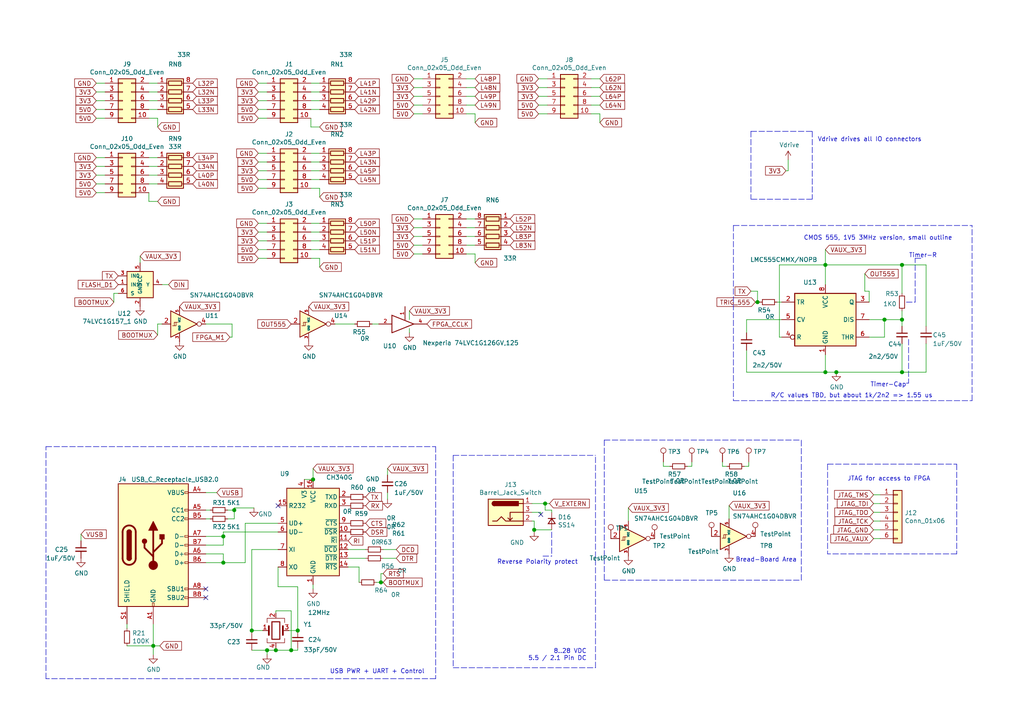
<source format=kicad_sch>
(kicad_sch (version 20210126) (generator eeschema)
  (paper "A4")
  (junction (at 44.45 187.325) (diameter 1.016))
  (junction (at 64.77 155.575) (diameter 1.016))
  (junction (at 64.77 163.195) (diameter 1.016))
  (junction (at 67.945 147.955) (diameter 1.016))
  (junction (at 73.025 182.88) (diameter 1.016))
  (junction (at 77.47 188.595) (diameter 1.016))
  (junction (at 80.01 188.595) (diameter 1.016))
  (junction (at 84.455 188.595) (diameter 1.016))
  (junction (at 86.36 182.88) (diameter 1.016))
  (junction (at 90.805 139.065) (diameter 1.016))
  (junction (at 110.49 168.91) (diameter 1.016))
  (junction (at 154.94 153.67) (diameter 1.016))
  (junction (at 158.115 146.05) (diameter 1.016))
  (junction (at 219.71 87.63) (diameter 1.016))
  (junction (at 239.395 76.835) (diameter 1.016))
  (junction (at 239.395 107.95) (diameter 1.016))
  (junction (at 242.57 107.95) (diameter 1.016))
  (junction (at 256.54 92.71) (diameter 1.016))
  (junction (at 261.62 76.835) (diameter 1.016))
  (junction (at 261.62 92.71) (diameter 1.016))
  (junction (at 261.62 107.95) (diameter 1.016))
  (no_connect (at 59.69 170.815))
  (no_connect (at 59.69 173.355))
  (no_connect (at 80.645 146.685))
  (no_connect (at 156.845 149.225))
  (wire (pts (xy 23.495 154.94) (xy 23.495 156.845)))
  (wire (pts (xy 27.94 24.13) (xy 30.48 24.13)))
  (wire (pts (xy 27.94 26.67) (xy 30.48 26.67)))
  (wire (pts (xy 27.94 29.21) (xy 30.48 29.21)))
  (wire (pts (xy 27.94 31.75) (xy 30.48 31.75)))
  (wire (pts (xy 27.94 34.29) (xy 30.48 34.29)))
  (wire (pts (xy 27.94 45.72) (xy 30.48 45.72)))
  (wire (pts (xy 27.94 48.26) (xy 30.48 48.26)))
  (wire (pts (xy 27.94 50.8) (xy 30.48 50.8)))
  (wire (pts (xy 27.94 53.34) (xy 30.48 53.34)))
  (wire (pts (xy 27.94 55.88) (xy 30.48 55.88)))
  (wire (pts (xy 33.02 85.09) (xy 34.29 85.09)))
  (wire (pts (xy 33.02 87.63) (xy 33.02 85.09)))
  (wire (pts (xy 36.83 182.245) (xy 36.83 180.975)))
  (wire (pts (xy 36.83 187.325) (xy 44.45 187.325)))
  (wire (pts (xy 40.64 74.295) (xy 40.64 76.2)))
  (wire (pts (xy 43.18 24.13) (xy 45.72 24.13)))
  (wire (pts (xy 43.18 26.67) (xy 45.72 26.67)))
  (wire (pts (xy 43.18 29.21) (xy 45.72 29.21)))
  (wire (pts (xy 43.18 31.75) (xy 45.72 31.75)))
  (wire (pts (xy 43.18 34.29) (xy 45.72 34.29)))
  (wire (pts (xy 43.18 45.72) (xy 45.72 45.72)))
  (wire (pts (xy 43.18 48.26) (xy 45.72 48.26)))
  (wire (pts (xy 43.18 50.8) (xy 45.72 50.8)))
  (wire (pts (xy 43.18 53.34) (xy 45.72 53.34)))
  (wire (pts (xy 43.18 55.88) (xy 43.18 58.42)))
  (wire (pts (xy 43.18 58.42) (xy 45.72 58.42)))
  (wire (pts (xy 44.45 180.975) (xy 44.45 187.325)))
  (wire (pts (xy 44.45 187.325) (xy 44.45 189.865)))
  (wire (pts (xy 44.45 187.325) (xy 46.355 187.325)))
  (wire (pts (xy 45.72 34.29) (xy 45.72 36.83)))
  (wire (pts (xy 45.72 93.98) (xy 46.99 93.98)))
  (wire (pts (xy 45.72 97.155) (xy 45.72 93.98)))
  (wire (pts (xy 46.99 82.55) (xy 48.895 82.55)))
  (wire (pts (xy 59.69 93.98) (xy 67.31 93.98)))
  (wire (pts (xy 59.69 147.955) (xy 60.96 147.955)))
  (wire (pts (xy 59.69 150.495) (xy 60.96 150.495)))
  (wire (pts (xy 59.69 155.575) (xy 64.77 155.575)))
  (wire (pts (xy 59.69 158.115) (xy 64.77 158.115)))
  (wire (pts (xy 59.69 160.655) (xy 64.77 160.655)))
  (wire (pts (xy 59.69 163.195) (xy 64.77 163.195)))
  (wire (pts (xy 62.865 142.875) (xy 59.69 142.875)))
  (wire (pts (xy 64.77 154.305) (xy 64.77 155.575)))
  (wire (pts (xy 64.77 154.305) (xy 80.645 154.305)))
  (wire (pts (xy 64.77 155.575) (xy 64.77 158.115)))
  (wire (pts (xy 64.77 160.655) (xy 64.77 163.195)))
  (wire (pts (xy 66.04 147.955) (xy 67.945 147.955)))
  (wire (pts (xy 66.04 150.495) (xy 67.945 150.495)))
  (wire (pts (xy 67.31 93.98) (xy 67.31 97.79)))
  (wire (pts (xy 67.31 97.79) (xy 66.675 97.79)))
  (wire (pts (xy 67.945 147.32) (xy 67.945 147.955)))
  (wire (pts (xy 67.945 147.32) (xy 73.66 147.32)))
  (wire (pts (xy 67.945 150.495) (xy 67.945 147.955)))
  (wire (pts (xy 71.12 151.765) (xy 71.12 163.195)))
  (wire (pts (xy 71.12 151.765) (xy 80.645 151.765)))
  (wire (pts (xy 71.12 163.195) (xy 64.77 163.195)))
  (wire (pts (xy 73.025 159.385) (xy 73.025 182.88)))
  (wire (pts (xy 73.025 159.385) (xy 80.645 159.385)))
  (wire (pts (xy 73.025 182.88) (xy 76.2 182.88)))
  (wire (pts (xy 73.025 183.515) (xy 73.025 182.88)))
  (wire (pts (xy 73.025 188.595) (xy 77.47 188.595)))
  (wire (pts (xy 74.93 24.13) (xy 77.47 24.13)))
  (wire (pts (xy 74.93 26.67) (xy 77.47 26.67)))
  (wire (pts (xy 74.93 29.21) (xy 77.47 29.21)))
  (wire (pts (xy 74.93 31.75) (xy 77.47 31.75)))
  (wire (pts (xy 74.93 34.29) (xy 77.47 34.29)))
  (wire (pts (xy 74.93 44.45) (xy 77.47 44.45)))
  (wire (pts (xy 74.93 46.99) (xy 77.47 46.99)))
  (wire (pts (xy 74.93 49.53) (xy 77.47 49.53)))
  (wire (pts (xy 74.93 52.07) (xy 77.47 52.07)))
  (wire (pts (xy 74.93 54.61) (xy 77.47 54.61)))
  (wire (pts (xy 74.93 64.77) (xy 77.47 64.77)))
  (wire (pts (xy 74.93 67.31) (xy 77.47 67.31)))
  (wire (pts (xy 74.93 69.85) (xy 77.47 69.85)))
  (wire (pts (xy 74.93 72.39) (xy 77.47 72.39)))
  (wire (pts (xy 74.93 74.93) (xy 77.47 74.93)))
  (wire (pts (xy 77.47 188.595) (xy 77.47 189.865)))
  (wire (pts (xy 77.47 188.595) (xy 80.01 188.595)))
  (wire (pts (xy 80.01 177.165) (xy 84.455 177.165)))
  (wire (pts (xy 80.01 177.8) (xy 80.01 177.165)))
  (wire (pts (xy 80.01 188.595) (xy 80.01 187.96)))
  (wire (pts (xy 80.01 188.595) (xy 84.455 188.595)))
  (wire (pts (xy 80.645 170.18) (xy 80.645 164.465)))
  (wire (pts (xy 83.82 182.88) (xy 86.36 182.88)))
  (wire (pts (xy 84.455 177.165) (xy 84.455 188.595)))
  (wire (pts (xy 84.455 188.595) (xy 86.36 188.595)))
  (wire (pts (xy 86.36 170.18) (xy 80.645 170.18)))
  (wire (pts (xy 86.36 170.18) (xy 86.36 182.88)))
  (wire (pts (xy 86.36 187.96) (xy 86.36 188.595)))
  (wire (pts (xy 88.265 139.065) (xy 90.805 139.065)))
  (wire (pts (xy 90.17 24.13) (xy 92.71 24.13)))
  (wire (pts (xy 90.17 26.67) (xy 92.71 26.67)))
  (wire (pts (xy 90.17 29.21) (xy 92.71 29.21)))
  (wire (pts (xy 90.17 31.75) (xy 92.71 31.75)))
  (wire (pts (xy 90.17 34.29) (xy 90.17 36.83)))
  (wire (pts (xy 90.17 36.83) (xy 92.71 36.83)))
  (wire (pts (xy 90.17 44.45) (xy 92.71 44.45)))
  (wire (pts (xy 90.17 46.99) (xy 92.71 46.99)))
  (wire (pts (xy 90.17 49.53) (xy 92.71 49.53)))
  (wire (pts (xy 90.17 52.07) (xy 92.71 52.07)))
  (wire (pts (xy 90.17 54.61) (xy 92.71 54.61)))
  (wire (pts (xy 90.17 64.77) (xy 92.71 64.77)))
  (wire (pts (xy 90.17 67.31) (xy 92.71 67.31)))
  (wire (pts (xy 90.17 69.85) (xy 92.71 69.85)))
  (wire (pts (xy 90.17 72.39) (xy 92.71 72.39)))
  (wire (pts (xy 90.17 74.93) (xy 92.71 74.93)))
  (wire (pts (xy 90.805 135.89) (xy 90.805 139.065)))
  (wire (pts (xy 90.805 169.545) (xy 90.805 170.815)))
  (wire (pts (xy 92.71 54.61) (xy 92.71 57.15)))
  (wire (pts (xy 92.71 74.93) (xy 92.71 77.47)))
  (wire (pts (xy 97.155 93.98) (xy 102.87 93.98)))
  (wire (pts (xy 100.965 159.385) (xy 106.045 159.385)))
  (wire (pts (xy 100.965 161.925) (xy 106.045 161.925)))
  (wire (pts (xy 100.965 164.465) (xy 104.14 164.465)))
  (wire (pts (xy 104.14 164.465) (xy 104.14 168.91)))
  (wire (pts (xy 107.95 93.98) (xy 109.855 93.98)))
  (wire (pts (xy 109.22 168.91) (xy 110.49 168.91)))
  (wire (pts (xy 110.49 166.37) (xy 110.49 168.91)))
  (wire (pts (xy 110.49 168.91) (xy 111.125 168.91)))
  (wire (pts (xy 111.125 159.385) (xy 114.935 159.385)))
  (wire (pts (xy 111.125 161.925) (xy 114.935 161.925)))
  (wire (pts (xy 111.125 166.37) (xy 110.49 166.37)))
  (wire (pts (xy 112.395 135.89) (xy 112.395 137.795)))
  (wire (pts (xy 112.395 142.875) (xy 112.395 144.78)))
  (wire (pts (xy 118.745 90.17) (xy 118.745 92.71)))
  (wire (pts (xy 118.745 95.25) (xy 118.745 96.52)))
  (wire (pts (xy 120.015 22.86) (xy 122.555 22.86)))
  (wire (pts (xy 120.015 25.4) (xy 122.555 25.4)))
  (wire (pts (xy 120.015 27.94) (xy 122.555 27.94)))
  (wire (pts (xy 120.015 30.48) (xy 122.555 30.48)))
  (wire (pts (xy 120.015 33.02) (xy 122.555 33.02)))
  (wire (pts (xy 120.015 63.5) (xy 122.555 63.5)))
  (wire (pts (xy 120.015 66.04) (xy 122.555 66.04)))
  (wire (pts (xy 120.015 68.58) (xy 122.555 68.58)))
  (wire (pts (xy 120.015 71.12) (xy 122.555 71.12)))
  (wire (pts (xy 120.015 73.66) (xy 122.555 73.66)))
  (wire (pts (xy 135.255 22.86) (xy 137.795 22.86)))
  (wire (pts (xy 135.255 25.4) (xy 137.795 25.4)))
  (wire (pts (xy 135.255 27.94) (xy 137.795 27.94)))
  (wire (pts (xy 135.255 30.48) (xy 137.795 30.48)))
  (wire (pts (xy 135.255 33.02) (xy 137.795 33.02)))
  (wire (pts (xy 135.255 63.5) (xy 137.795 63.5)))
  (wire (pts (xy 135.255 66.04) (xy 137.795 66.04)))
  (wire (pts (xy 135.255 68.58) (xy 137.795 68.58)))
  (wire (pts (xy 135.255 71.12) (xy 137.795 71.12)))
  (wire (pts (xy 135.255 73.66) (xy 137.795 73.66)))
  (wire (pts (xy 137.795 33.02) (xy 137.795 35.56)))
  (wire (pts (xy 137.795 73.66) (xy 137.795 76.2)))
  (wire (pts (xy 154.305 146.05) (xy 158.115 146.05)))
  (wire (pts (xy 154.305 148.59) (xy 156.845 148.59)))
  (wire (pts (xy 154.305 151.13) (xy 154.94 151.13)))
  (wire (pts (xy 154.94 151.13) (xy 154.94 153.67)))
  (wire (pts (xy 154.94 153.67) (xy 154.94 154.305)))
  (wire (pts (xy 154.94 153.67) (xy 160.02 153.67)))
  (wire (pts (xy 156.21 22.86) (xy 158.75 22.86)))
  (wire (pts (xy 156.21 25.4) (xy 158.75 25.4)))
  (wire (pts (xy 156.21 27.94) (xy 158.75 27.94)))
  (wire (pts (xy 156.21 30.48) (xy 158.75 30.48)))
  (wire (pts (xy 156.21 33.02) (xy 158.75 33.02)))
  (wire (pts (xy 156.845 148.59) (xy 156.845 149.225)))
  (wire (pts (xy 158.115 146.05) (xy 159.385 146.05)))
  (wire (pts (xy 158.115 147.955) (xy 158.115 146.05)))
  (wire (pts (xy 160.02 147.955) (xy 158.115 147.955)))
  (wire (pts (xy 160.02 148.59) (xy 160.02 147.955)))
  (wire (pts (xy 171.45 22.86) (xy 173.99 22.86)))
  (wire (pts (xy 171.45 25.4) (xy 173.99 25.4)))
  (wire (pts (xy 171.45 27.94) (xy 173.99 27.94)))
  (wire (pts (xy 171.45 30.48) (xy 173.99 30.48)))
  (wire (pts (xy 171.45 33.02) (xy 173.99 33.02)))
  (wire (pts (xy 173.99 33.02) (xy 173.99 35.56)))
  (wire (pts (xy 182.245 147.32) (xy 182.245 151.13)))
  (wire (pts (xy 192.405 133.985) (xy 192.405 135.255)))
  (wire (pts (xy 192.405 135.255) (xy 194.31 135.255)))
  (wire (pts (xy 199.39 135.255) (xy 200.66 135.255)))
  (wire (pts (xy 200.66 135.255) (xy 200.66 133.985)))
  (wire (pts (xy 209.55 133.985) (xy 209.55 135.255)))
  (wire (pts (xy 209.55 135.255) (xy 210.82 135.255)))
  (wire (pts (xy 211.455 146.685) (xy 211.455 150.495)))
  (wire (pts (xy 215.9 135.255) (xy 217.17 135.255)))
  (wire (pts (xy 216.535 92.71) (xy 226.695 92.71)))
  (wire (pts (xy 216.535 96.52) (xy 216.535 92.71)))
  (wire (pts (xy 216.535 101.6) (xy 216.535 107.95)))
  (wire (pts (xy 216.535 107.95) (xy 239.395 107.95)))
  (wire (pts (xy 217.17 133.985) (xy 217.17 135.255)))
  (wire (pts (xy 217.805 84.455) (xy 219.71 84.455)))
  (wire (pts (xy 219.075 87.63) (xy 219.71 87.63)))
  (wire (pts (xy 219.71 84.455) (xy 219.71 87.63)))
  (wire (pts (xy 219.71 87.63) (xy 220.345 87.63)))
  (wire (pts (xy 225.425 87.63) (xy 226.695 87.63)))
  (wire (pts (xy 226.06 76.835) (xy 239.395 76.835)))
  (wire (pts (xy 226.06 97.79) (xy 226.06 76.835)))
  (wire (pts (xy 226.695 97.79) (xy 226.06 97.79)))
  (wire (pts (xy 227.965 49.53) (xy 228.6 49.53)))
  (wire (pts (xy 228.6 46.355) (xy 228.6 49.53)))
  (wire (pts (xy 239.395 72.39) (xy 239.395 76.835)))
  (wire (pts (xy 239.395 76.835) (xy 239.395 82.55)))
  (wire (pts (xy 239.395 102.87) (xy 239.395 107.95)))
  (wire (pts (xy 239.395 107.95) (xy 242.57 107.95)))
  (wire (pts (xy 242.57 107.95) (xy 261.62 107.95)))
  (wire (pts (xy 250.825 79.375) (xy 250.825 84.455)))
  (wire (pts (xy 250.825 84.455) (xy 252.095 84.455)))
  (wire (pts (xy 252.095 84.455) (xy 252.095 87.63)))
  (wire (pts (xy 252.095 92.71) (xy 256.54 92.71)))
  (wire (pts (xy 252.095 97.79) (xy 256.54 97.79)))
  (wire (pts (xy 253.365 143.51) (xy 255.27 143.51)))
  (wire (pts (xy 253.365 146.05) (xy 255.27 146.05)))
  (wire (pts (xy 253.365 148.59) (xy 255.27 148.59)))
  (wire (pts (xy 253.365 151.13) (xy 255.27 151.13)))
  (wire (pts (xy 253.365 153.67) (xy 255.27 153.67)))
  (wire (pts (xy 253.365 156.21) (xy 255.27 156.21)))
  (wire (pts (xy 256.54 92.71) (xy 256.54 97.79)))
  (wire (pts (xy 256.54 92.71) (xy 261.62 92.71)))
  (wire (pts (xy 261.62 76.835) (xy 239.395 76.835)))
  (wire (pts (xy 261.62 85.09) (xy 261.62 76.835)))
  (wire (pts (xy 261.62 90.17) (xy 261.62 92.71)))
  (wire (pts (xy 261.62 92.71) (xy 261.62 94.615)))
  (wire (pts (xy 261.62 107.95) (xy 261.62 99.695)))
  (wire (pts (xy 268.605 76.835) (xy 261.62 76.835)))
  (wire (pts (xy 268.605 94.615) (xy 268.605 76.835)))
  (wire (pts (xy 268.605 99.695) (xy 268.605 107.95)))
  (wire (pts (xy 268.605 107.95) (xy 261.62 107.95)))
  (polyline (pts (xy 13.335 129.54) (xy 126.365 129.54)) (stroke (width 0) (type dash)))
  (polyline (pts (xy 13.335 196.85) (xy 13.335 129.54)) (stroke (width 0) (type dash)))
  (polyline (pts (xy 126.365 129.54) (xy 126.365 196.85)) (stroke (width 0) (type dash)))
  (polyline (pts (xy 126.365 196.85) (xy 13.335 196.85)) (stroke (width 0) (type dash)))
  (polyline (pts (xy 131.445 132.08) (xy 131.445 193.675)) (stroke (width 0) (type dash)))
  (polyline (pts (xy 131.445 132.08) (xy 172.72 132.08)) (stroke (width 0) (type dash)))
  (polyline (pts (xy 131.445 193.675) (xy 172.72 193.675)) (stroke (width 0) (type dash)))
  (polyline (pts (xy 157.48 161.29) (xy 160.02 161.29)) (stroke (width 0) (type dash)))
  (polyline (pts (xy 160.02 154.305) (xy 160.02 161.29)) (stroke (width 0) (type dash)))
  (polyline (pts (xy 172.72 193.675) (xy 172.72 132.08)) (stroke (width 0) (type dash)))
  (polyline (pts (xy 175.26 127.635) (xy 175.26 168.275)) (stroke (width 0) (type dash)))
  (polyline (pts (xy 175.26 127.635) (xy 232.41 127.635)) (stroke (width 0) (type dash)))
  (polyline (pts (xy 175.26 168.275) (xy 232.41 168.275)) (stroke (width 0) (type dash)))
  (polyline (pts (xy 212.725 65.405) (xy 212.725 116.205)) (stroke (width 0) (type dash)))
  (polyline (pts (xy 212.725 65.405) (xy 281.94 65.405)) (stroke (width 0) (type dash)))
  (polyline (pts (xy 212.725 116.205) (xy 281.94 116.205)) (stroke (width 0) (type dash)))
  (polyline (pts (xy 217.805 38.1) (xy 217.805 57.785)) (stroke (width 0) (type dash)))
  (polyline (pts (xy 217.805 38.1) (xy 235.585 38.1)) (stroke (width 0) (type dash)))
  (polyline (pts (xy 232.41 168.275) (xy 232.41 127.635)) (stroke (width 0) (type dash)))
  (polyline (pts (xy 235.585 38.1) (xy 235.585 57.785)) (stroke (width 0) (type dash)))
  (polyline (pts (xy 235.585 57.785) (xy 217.805 57.785)) (stroke (width 0) (type dash)))
  (polyline (pts (xy 240.03 134.62) (xy 240.03 160.655)) (stroke (width 0) (type dash)))
  (polyline (pts (xy 240.03 134.62) (xy 277.495 134.62)) (stroke (width 0) (type dash)))
  (polyline (pts (xy 262.89 87.63) (xy 265.43 87.63)) (stroke (width 0) (type dash)))
  (polyline (pts (xy 262.89 111.125) (xy 263.525 111.125)) (stroke (width 0) (type dash)))
  (polyline (pts (xy 263.525 98.425) (xy 263.525 111.125)) (stroke (width 0) (type dash)))
  (polyline (pts (xy 265.43 74.93) (xy 267.335 74.93)) (stroke (width 0) (type dash)))
  (polyline (pts (xy 265.43 87.63) (xy 265.43 74.93)) (stroke (width 0) (type dash)))
  (polyline (pts (xy 277.495 134.62) (xy 277.495 160.655)) (stroke (width 0) (type dash)))
  (polyline (pts (xy 277.495 160.655) (xy 240.03 160.655)) (stroke (width 0) (type dash)))
  (polyline (pts (xy 281.94 116.205) (xy 281.94 65.405)) (stroke (width 0) (type dash)))
  (text "USB PWR + UART + Control" (at 123.19 195.58 180) (effects (font (size 1.27 1.27)) (justify right bottom)))
  (text "Reverse Polarity protect" (at 167.64 163.83 180) (effects (font (size 1.27 1.27)) (justify right bottom)))
  (text "8..28 VDC\n5.5 / 2.1 Pin DC" (at 170.18 191.77 180) (effects (font (size 1.27 1.27)) (justify right bottom)))
  (text "Bread-Board Area" (at 231.14 163.195 180) (effects (font (size 1.27 1.27)) (justify right bottom)))
  (text "Timer-Cap" (at 262.89 112.395 180) (effects (font (size 1.27 1.27)) (justify right bottom)))
  (text "Vdrive drives all IO connectors" (at 267.335 41.275 180) (effects (font (size 1.27 1.27)) (justify right bottom)))
  (text "JTAG for access to FPGA" (at 269.875 139.7 180) (effects (font (size 1.27 1.27)) (justify right bottom)))
  (text "R/C values TBD, but about 1k/2n2 => 1.55 us" (at 270.51 115.57 180) (effects (font (size 1.27 1.27)) (justify right bottom)))
  (text "Timer-R" (at 271.78 74.93 180) (effects (font (size 1.27 1.27)) (justify right bottom)))
  (text "CMOS 555, 1V5 3MHz version, small outline" (at 276.225 69.85 180) (effects (font (size 1.27 1.27)) (justify right bottom)))
  (global_label "VUSB" (shape input) (at 23.495 154.94 0) (property "Intersheet References" "${INTERSHEET_REFS}" (effects hide)))
  (global_label "GND" (shape input) (at 27.94 24.13 180) (property "Intersheet References" "${INTERSHEET_REFS}" (effects hide)))
  (global_label "3V3" (shape input) (at 27.94 26.67 180) (property "Intersheet References" "${INTERSHEET_REFS}" (effects hide)))
  (global_label "3V3" (shape input) (at 27.94 29.21 180) (property "Intersheet References" "${INTERSHEET_REFS}" (effects hide)))
  (global_label "5V0" (shape input) (at 27.94 31.75 180) (property "Intersheet References" "${INTERSHEET_REFS}" (effects hide)))
  (global_label "5V0" (shape input) (at 27.94 34.29 180) (property "Intersheet References" "${INTERSHEET_REFS}" (effects hide)))
  (global_label "GND" (shape input) (at 27.94 45.72 180) (property "Intersheet References" "${INTERSHEET_REFS}" (effects hide)))
  (global_label "3V3" (shape input) (at 27.94 48.26 180) (property "Intersheet References" "${INTERSHEET_REFS}" (effects hide)))
  (global_label "3V3" (shape input) (at 27.94 50.8 180) (property "Intersheet References" "${INTERSHEET_REFS}" (effects hide)))
  (global_label "5V0" (shape input) (at 27.94 53.34 180) (property "Intersheet References" "${INTERSHEET_REFS}" (effects hide)))
  (global_label "5V0" (shape input) (at 27.94 55.88 180) (property "Intersheet References" "${INTERSHEET_REFS}" (effects hide)))
  (global_label "BOOTMUX" (shape input) (at 33.02 87.63 180) (property "Intersheet References" "${INTERSHEET_REFS}" (effects hide)))
  (global_label "TX" (shape input) (at 34.29 80.01 180) (property "Intersheet References" "${INTERSHEET_REFS}" (effects hide)))
  (global_label "FLASH_D1" (shape input) (at 34.29 82.55 180) (property "Intersheet References" "${INTERSHEET_REFS}" (effects hide)))
  (global_label "VAUX_3V3" (shape input) (at 40.64 74.295 0) (property "Intersheet References" "${INTERSHEET_REFS}" (effects hide)))
  (global_label "GND" (shape input) (at 45.72 36.83 0) (property "Intersheet References" "${INTERSHEET_REFS}" (effects hide)))
  (global_label "GND" (shape input) (at 45.72 58.42 0) (property "Intersheet References" "${INTERSHEET_REFS}" (effects hide)))
  (global_label "BOOTMUX" (shape input) (at 45.72 97.155 180) (property "Intersheet References" "${INTERSHEET_REFS}" (effects hide)))
  (global_label "GND" (shape input) (at 46.355 187.325 0) (property "Intersheet References" "${INTERSHEET_REFS}" (effects hide)))
  (global_label "DIN" (shape input) (at 48.895 82.55 0) (property "Intersheet References" "${INTERSHEET_REFS}" (effects hide)))
  (global_label "VAUX_3V3" (shape input) (at 52.07 88.9 0) (property "Intersheet References" "${INTERSHEET_REFS}" (effects hide)))
  (global_label "L32P" (shape input) (at 55.88 24.13 0) (property "Intersheet References" "${INTERSHEET_REFS}" (effects hide)))
  (global_label "L32N" (shape input) (at 55.88 26.67 0) (property "Intersheet References" "${INTERSHEET_REFS}" (effects hide)))
  (global_label "L33P" (shape input) (at 55.88 29.21 0) (property "Intersheet References" "${INTERSHEET_REFS}" (effects hide)))
  (global_label "L33N" (shape input) (at 55.88 31.75 0) (property "Intersheet References" "${INTERSHEET_REFS}" (effects hide)))
  (global_label "L34P" (shape input) (at 55.88 45.72 0) (property "Intersheet References" "${INTERSHEET_REFS}" (effects hide)))
  (global_label "L34N" (shape input) (at 55.88 48.26 0) (property "Intersheet References" "${INTERSHEET_REFS}" (effects hide)))
  (global_label "L40P" (shape input) (at 55.88 50.8 0) (property "Intersheet References" "${INTERSHEET_REFS}" (effects hide)))
  (global_label "L40N" (shape input) (at 55.88 53.34 0) (property "Intersheet References" "${INTERSHEET_REFS}" (effects hide)))
  (global_label "VUSB" (shape input) (at 62.865 142.875 0) (property "Intersheet References" "${INTERSHEET_REFS}" (effects hide)))
  (global_label "FPGA_M1" (shape input) (at 66.675 97.79 180) (property "Intersheet References" "${INTERSHEET_REFS}" (effects hide)))
  (global_label "GND" (shape input) (at 74.93 24.13 180) (property "Intersheet References" "${INTERSHEET_REFS}" (effects hide)))
  (global_label "3V3" (shape input) (at 74.93 26.67 180) (property "Intersheet References" "${INTERSHEET_REFS}" (effects hide)))
  (global_label "3V3" (shape input) (at 74.93 29.21 180) (property "Intersheet References" "${INTERSHEET_REFS}" (effects hide)))
  (global_label "5V0" (shape input) (at 74.93 31.75 180) (property "Intersheet References" "${INTERSHEET_REFS}" (effects hide)))
  (global_label "5V0" (shape input) (at 74.93 34.29 180) (property "Intersheet References" "${INTERSHEET_REFS}" (effects hide)))
  (global_label "GND" (shape input) (at 74.93 44.45 180) (property "Intersheet References" "${INTERSHEET_REFS}" (effects hide)))
  (global_label "3V3" (shape input) (at 74.93 46.99 180) (property "Intersheet References" "${INTERSHEET_REFS}" (effects hide)))
  (global_label "3V3" (shape input) (at 74.93 49.53 180) (property "Intersheet References" "${INTERSHEET_REFS}" (effects hide)))
  (global_label "5V0" (shape input) (at 74.93 52.07 180) (property "Intersheet References" "${INTERSHEET_REFS}" (effects hide)))
  (global_label "5V0" (shape input) (at 74.93 54.61 180) (property "Intersheet References" "${INTERSHEET_REFS}" (effects hide)))
  (global_label "GND" (shape input) (at 74.93 64.77 180) (property "Intersheet References" "${INTERSHEET_REFS}" (effects hide)))
  (global_label "3V3" (shape input) (at 74.93 67.31 180) (property "Intersheet References" "${INTERSHEET_REFS}" (effects hide)))
  (global_label "3V3" (shape input) (at 74.93 69.85 180) (property "Intersheet References" "${INTERSHEET_REFS}" (effects hide)))
  (global_label "5V0" (shape input) (at 74.93 72.39 180) (property "Intersheet References" "${INTERSHEET_REFS}" (effects hide)))
  (global_label "5V0" (shape input) (at 74.93 74.93 180) (property "Intersheet References" "${INTERSHEET_REFS}" (effects hide)))
  (global_label "OUT555" (shape input) (at 84.455 93.98 180) (property "Intersheet References" "${INTERSHEET_REFS}" (effects hide)))
  (global_label "VAUX_3V3" (shape input) (at 89.535 88.9 0) (property "Intersheet References" "${INTERSHEET_REFS}" (effects hide)))
  (global_label "VAUX_3V3" (shape input) (at 90.805 135.89 0) (property "Intersheet References" "${INTERSHEET_REFS}" (effects hide)))
  (global_label "GND" (shape input) (at 92.71 36.83 0) (property "Intersheet References" "${INTERSHEET_REFS}" (effects hide)))
  (global_label "GND" (shape input) (at 92.71 57.15 0) (property "Intersheet References" "${INTERSHEET_REFS}" (effects hide)))
  (global_label "GND" (shape input) (at 92.71 77.47 0) (property "Intersheet References" "${INTERSHEET_REFS}" (effects hide)))
  (global_label "RI" (shape input) (at 100.965 156.845 0) (property "Intersheet References" "${INTERSHEET_REFS}" (effects hide)))
  (global_label "L41P" (shape input) (at 102.87 24.13 0) (property "Intersheet References" "${INTERSHEET_REFS}" (effects hide)))
  (global_label "L41N" (shape input) (at 102.87 26.67 0) (property "Intersheet References" "${INTERSHEET_REFS}" (effects hide)))
  (global_label "L42P" (shape input) (at 102.87 29.21 0) (property "Intersheet References" "${INTERSHEET_REFS}" (effects hide)))
  (global_label "L42N" (shape input) (at 102.87 31.75 0) (property "Intersheet References" "${INTERSHEET_REFS}" (effects hide)))
  (global_label "L43P" (shape input) (at 102.87 44.45 0) (property "Intersheet References" "${INTERSHEET_REFS}" (effects hide)))
  (global_label "L43N" (shape input) (at 102.87 46.99 0) (property "Intersheet References" "${INTERSHEET_REFS}" (effects hide)))
  (global_label "L45P" (shape input) (at 102.87 49.53 0) (property "Intersheet References" "${INTERSHEET_REFS}" (effects hide)))
  (global_label "L45N" (shape input) (at 102.87 52.07 0) (property "Intersheet References" "${INTERSHEET_REFS}" (effects hide)))
  (global_label "L50P" (shape input) (at 102.87 64.77 0) (property "Intersheet References" "${INTERSHEET_REFS}" (effects hide)))
  (global_label "L50N" (shape input) (at 102.87 67.31 0) (property "Intersheet References" "${INTERSHEET_REFS}" (effects hide)))
  (global_label "L51P" (shape input) (at 102.87 69.85 0) (property "Intersheet References" "${INTERSHEET_REFS}" (effects hide)))
  (global_label "L51N" (shape input) (at 102.87 72.39 0) (property "Intersheet References" "${INTERSHEET_REFS}" (effects hide)))
  (global_label "TX" (shape input) (at 106.045 144.145 0) (property "Intersheet References" "${INTERSHEET_REFS}" (effects hide)))
  (global_label "RX" (shape input) (at 106.045 146.685 0) (property "Intersheet References" "${INTERSHEET_REFS}" (effects hide)))
  (global_label "CTS" (shape input) (at 106.045 151.765 0) (property "Intersheet References" "${INTERSHEET_REFS}" (effects hide)))
  (global_label "DSR" (shape input) (at 106.045 154.305 0) (property "Intersheet References" "${INTERSHEET_REFS}" (effects hide)))
  (global_label "RTS" (shape input) (at 111.125 166.37 0) (property "Intersheet References" "${INTERSHEET_REFS}" (effects hide)))
  (global_label "BOOTMUX" (shape input) (at 111.125 168.91 0) (property "Intersheet References" "${INTERSHEET_REFS}" (effects hide)))
  (global_label "VAUX_3V3" (shape input) (at 112.395 135.89 0) (property "Intersheet References" "${INTERSHEET_REFS}" (effects hide)))
  (global_label "DCD" (shape input) (at 114.935 159.385 0) (property "Intersheet References" "${INTERSHEET_REFS}" (effects hide)))
  (global_label "DTR" (shape input) (at 114.935 161.925 0) (property "Intersheet References" "${INTERSHEET_REFS}" (effects hide)))
  (global_label "VAUX_3V3" (shape input) (at 118.745 90.17 0) (property "Intersheet References" "${INTERSHEET_REFS}" (effects hide)))
  (global_label "GND" (shape input) (at 120.015 22.86 180) (property "Intersheet References" "${INTERSHEET_REFS}" (effects hide)))
  (global_label "3V3" (shape input) (at 120.015 25.4 180) (property "Intersheet References" "${INTERSHEET_REFS}" (effects hide)))
  (global_label "3V3" (shape input) (at 120.015 27.94 180) (property "Intersheet References" "${INTERSHEET_REFS}" (effects hide)))
  (global_label "5V0" (shape input) (at 120.015 30.48 180) (property "Intersheet References" "${INTERSHEET_REFS}" (effects hide)))
  (global_label "5V0" (shape input) (at 120.015 33.02 180) (property "Intersheet References" "${INTERSHEET_REFS}" (effects hide)))
  (global_label "GND" (shape input) (at 120.015 63.5 180) (property "Intersheet References" "${INTERSHEET_REFS}" (effects hide)))
  (global_label "3V3" (shape input) (at 120.015 66.04 180) (property "Intersheet References" "${INTERSHEET_REFS}" (effects hide)))
  (global_label "3V3" (shape input) (at 120.015 68.58 180) (property "Intersheet References" "${INTERSHEET_REFS}" (effects hide)))
  (global_label "5V0" (shape input) (at 120.015 71.12 180) (property "Intersheet References" "${INTERSHEET_REFS}" (effects hide)))
  (global_label "5V0" (shape input) (at 120.015 73.66 180) (property "Intersheet References" "${INTERSHEET_REFS}" (effects hide)))
  (global_label "FPGA_CCLK" (shape input) (at 123.825 93.98 0) (property "Intersheet References" "${INTERSHEET_REFS}" (effects hide)))
  (global_label "L48P" (shape input) (at 137.795 22.86 0) (property "Intersheet References" "${INTERSHEET_REFS}" (effects hide)))
  (global_label "L48N" (shape input) (at 137.795 25.4 0) (property "Intersheet References" "${INTERSHEET_REFS}" (effects hide)))
  (global_label "L49P" (shape input) (at 137.795 27.94 0) (property "Intersheet References" "${INTERSHEET_REFS}" (effects hide)))
  (global_label "L49N" (shape input) (at 137.795 30.48 0) (property "Intersheet References" "${INTERSHEET_REFS}" (effects hide)))
  (global_label "GND" (shape input) (at 137.795 35.56 0) (property "Intersheet References" "${INTERSHEET_REFS}" (effects hide)))
  (global_label "GND" (shape input) (at 137.795 76.2 0) (property "Intersheet References" "${INTERSHEET_REFS}" (effects hide)))
  (global_label "L52P" (shape input) (at 147.955 63.5 0) (property "Intersheet References" "${INTERSHEET_REFS}" (effects hide)))
  (global_label "L52N" (shape input) (at 147.955 66.04 0) (property "Intersheet References" "${INTERSHEET_REFS}" (effects hide)))
  (global_label "L83P" (shape input) (at 147.955 68.58 0) (property "Intersheet References" "${INTERSHEET_REFS}" (effects hide)))
  (global_label "L83N" (shape input) (at 147.955 71.12 0) (property "Intersheet References" "${INTERSHEET_REFS}" (effects hide)))
  (global_label "GND" (shape input) (at 156.21 22.86 180) (property "Intersheet References" "${INTERSHEET_REFS}" (effects hide)))
  (global_label "3V3" (shape input) (at 156.21 25.4 180) (property "Intersheet References" "${INTERSHEET_REFS}" (effects hide)))
  (global_label "3V3" (shape input) (at 156.21 27.94 180) (property "Intersheet References" "${INTERSHEET_REFS}" (effects hide)))
  (global_label "5V0" (shape input) (at 156.21 30.48 180) (property "Intersheet References" "${INTERSHEET_REFS}" (effects hide)))
  (global_label "5V0" (shape input) (at 156.21 33.02 180) (property "Intersheet References" "${INTERSHEET_REFS}" (effects hide)))
  (global_label "V_EXTERN" (shape input) (at 159.385 146.05 0) (property "Intersheet References" "${INTERSHEET_REFS}" (effects hide)))
  (global_label "L62P" (shape input) (at 173.99 22.86 0) (property "Intersheet References" "${INTERSHEET_REFS}" (effects hide)))
  (global_label "L62N" (shape input) (at 173.99 25.4 0) (property "Intersheet References" "${INTERSHEET_REFS}" (effects hide)))
  (global_label "L64P" (shape input) (at 173.99 27.94 0) (property "Intersheet References" "${INTERSHEET_REFS}" (effects hide)))
  (global_label "L64N" (shape input) (at 173.99 30.48 0) (property "Intersheet References" "${INTERSHEET_REFS}" (effects hide)))
  (global_label "GND" (shape input) (at 173.99 35.56 0) (property "Intersheet References" "${INTERSHEET_REFS}" (effects hide)))
  (global_label "VAUX_3V3" (shape input) (at 182.245 147.32 0) (property "Intersheet References" "${INTERSHEET_REFS}" (effects hide)))
  (global_label "VAUX_3V3" (shape input) (at 211.455 146.685 0) (property "Intersheet References" "${INTERSHEET_REFS}" (effects hide)))
  (global_label "TX" (shape input) (at 217.805 84.455 180) (property "Intersheet References" "${INTERSHEET_REFS}" (effects hide)))
  (global_label "TRIG_555" (shape input) (at 219.075 87.63 180) (property "Intersheet References" "${INTERSHEET_REFS}" (effects hide)))
  (global_label "3V3" (shape input) (at 227.965 49.53 180) (property "Intersheet References" "${INTERSHEET_REFS}" (effects hide)))
  (global_label "VAUX_3V3" (shape input) (at 239.395 72.39 0) (property "Intersheet References" "${INTERSHEET_REFS}" (effects hide)))
  (global_label "OUT555" (shape input) (at 250.825 79.375 0) (property "Intersheet References" "${INTERSHEET_REFS}" (effects hide)))
  (global_label "JTAG_TMS" (shape input) (at 253.365 143.51 180) (property "Intersheet References" "${INTERSHEET_REFS}" (effects hide)))
  (global_label "JTAG_TDI" (shape input) (at 253.365 146.05 180) (property "Intersheet References" "${INTERSHEET_REFS}" (effects hide)))
  (global_label "JTAG_TDO" (shape input) (at 253.365 148.59 180) (property "Intersheet References" "${INTERSHEET_REFS}" (effects hide)))
  (global_label "JTAG_TCK" (shape input) (at 253.365 151.13 180) (property "Intersheet References" "${INTERSHEET_REFS}" (effects hide)))
  (global_label "JTAG_GND" (shape input) (at 253.365 153.67 180) (property "Intersheet References" "${INTERSHEET_REFS}" (effects hide)))
  (global_label "JTAG_VAUX" (shape input) (at 253.365 156.21 180) (property "Intersheet References" "${INTERSHEET_REFS}" (effects hide)))
  (symbol (lib_id "Connector:TestPoint") (at 177.165 156.21 0) (unit 1)
    (property "Reference" "TP1" (at 178.5621 153.2191 0) (effects (justify left)))
    (property "Value" "TestPoint" (at 170.9421 161.8678 0) (effects (justify left)))
    (property "Footprint" "TestPoint:TestPoint_Pad_2.0x2.0mm" (effects hide))
  )
  (symbol (lib_id "Connector:TestPoint") (at 189.865 156.21 0) (unit 1)
    (property "Reference" "TP2" (at 189.3571 158.2991 0) (effects (justify left)))
    (property "Value" "TestPoint" (at 191.2621 155.5178 0) (effects (justify left)))
    (property "Footprint" "TestPoint:TestPoint_Pad_2.0x2.0mm" (effects hide))
  )
  (symbol (lib_id "Connector:TestPoint") (at 192.405 133.985 0) (unit 1)
    (property "Reference" "TP3" (at 193.8021 130.9941 0) (effects (justify left)))
    (property "Value" "TestPoint" (at 186.1821 139.6428 0) (effects (justify left)))
    (property "Footprint" "TestPoint:TestPoint_Pad_2.0x2.0mm" (effects hide))
  )
  (symbol (lib_id "Connector:TestPoint") (at 200.66 133.985 0) (unit 1)
    (property "Reference" "TP4" (at 202.0571 130.9941 0) (effects (justify left)))
    (property "Value" "TestPoint" (at 194.4371 139.6428 0) (effects (justify left)))
    (property "Footprint" "TestPoint:TestPoint_Pad_2.0x2.0mm" (effects hide))
  )
  (symbol (lib_id "Connector:TestPoint") (at 206.375 155.575 0) (unit 1)
    (property "Reference" "TP5" (at 204.5971 148.7741 0) (effects (justify left)))
    (property "Value" "TestPoint" (at 199.5171 159.9628 0) (effects (justify left)))
    (property "Footprint" "TestPoint:TestPoint_Pad_2.0x2.0mm" (effects hide))
  )
  (symbol (lib_id "Connector:TestPoint") (at 209.55 133.985 0) (unit 1)
    (property "Reference" "TP6" (at 210.9471 130.9941 0) (effects (justify left)))
    (property "Value" "TestPoint" (at 203.3271 139.6428 0) (effects (justify left)))
    (property "Footprint" "TestPoint:TestPoint_Pad_2.0x2.0mm" (effects hide))
  )
  (symbol (lib_id "Connector:TestPoint") (at 217.17 133.985 0) (unit 1)
    (property "Reference" "TP7" (at 218.5671 130.9941 0) (effects (justify left)))
    (property "Value" "TestPoint" (at 210.9471 139.6428 0) (effects (justify left)))
    (property "Footprint" "TestPoint:TestPoint_Pad_2.0x2.0mm" (effects hide))
  )
  (symbol (lib_id "Connector:TestPoint") (at 219.075 155.575 0) (unit 1)
    (property "Reference" "TP8" (at 220.4721 158.2991 0) (effects (justify left)))
    (property "Value" "TestPoint" (at 220.4721 154.8828 0) (effects (justify left)))
    (property "Footprint" "TestPoint:TestPoint_Pad_2.0x2.0mm" (effects hide))
  )
  (symbol (lib_id "power:Vdrive") (at 228.6 46.355 0) (unit 1)
    (property "Reference" "#PWR0123" (effects hide))
    (property "Value" "Vdrive" (at 228.9683 42.0306 0))
  )
  (symbol (lib_id "power:GND") (at 23.495 161.925 0) (unit 1)
    (property "Reference" "#PWR0124" (effects hide))
    (property "Value" "GND" (at 23.6093 166.2494 0))
  )
  (symbol (lib_id "power:GND") (at 40.64 88.9 0) (unit 1)
    (property "Reference" "#PWR0141" (effects hide))
    (property "Value" "GND" (at 40.7543 93.2244 0))
  )
  (symbol (lib_id "power:GND") (at 44.45 189.865 0) (unit 1)
    (property "Reference" "#PWR0101" (effects hide))
    (property "Value" "GND" (at 44.5643 194.1894 0))
  )
  (symbol (lib_id "power:GND") (at 52.07 99.06 0) (unit 1)
    (property "Reference" "#PWR0142" (effects hide))
    (property "Value" "GND" (at 52.1843 103.3844 0))
  )
  (symbol (lib_id "power:GND") (at 73.66 147.32 0) (unit 1)
    (property "Reference" "#PWR0119" (effects hide))
    (property "Value" "GND" (at 76.9493 149.1044 0))
  )
  (symbol (lib_id "power:GND") (at 77.47 189.865 0) (unit 1)
    (property "Reference" "#PWR0113" (effects hide))
    (property "Value" "GND" (at 76.3143 193.5544 0))
  )
  (symbol (lib_id "power:GND") (at 89.535 99.06 0) (unit 1)
    (property "Reference" "#PWR0102" (effects hide))
    (property "Value" "GND" (at 89.6493 103.3844 0))
  )
  (symbol (lib_id "power:GND") (at 90.805 170.815 0) (unit 1)
    (property "Reference" "#PWR0115" (effects hide))
    (property "Value" "GND" (at 90.9193 175.1394 0))
  )
  (symbol (lib_id "power:GND") (at 112.395 144.78 0) (unit 1)
    (property "Reference" "#PWR0122" (effects hide))
    (property "Value" "GND" (at 108.0643 138.9444 0))
  )
  (symbol (lib_id "power:GND") (at 118.745 96.52 0) (unit 1)
    (property "Reference" "#PWR0143" (effects hide))
    (property "Value" "GND" (at 118.8593 100.8444 0))
  )
  (symbol (lib_id "power:GND") (at 154.94 154.305 0) (unit 1)
    (property "Reference" "#PWR0116" (effects hide))
    (property "Value" "GND" (at 149.9743 157.3594 0))
  )
  (symbol (lib_id "power:GND") (at 182.245 161.29 0) (unit 1)
    (property "Reference" "#PWR0144" (effects hide))
    (property "Value" "GND" (at 182.3593 165.6144 0))
  )
  (symbol (lib_id "power:GND") (at 211.455 160.655 0) (unit 1)
    (property "Reference" "#PWR0145" (effects hide))
    (property "Value" "GND" (at 211.5693 164.9794 0))
  )
  (symbol (lib_id "power:GND") (at 242.57 107.95 0) (unit 1)
    (property "Reference" "#PWR0140" (effects hide))
    (property "Value" "GND" (at 242.6843 112.2744 0))
  )
  (symbol (lib_id "Device:R_Small") (at 36.83 184.785 0) (unit 1)
    (property "Reference" "R21" (at 38.3287 183.6356 0) (effects (justify left)))
    (property "Value" "100K" (at 38.3287 185.9343 0) (effects (justify left)))
    (property "Footprint" "Resistor_SMD:R_0603_1608Metric" (effects hide))
    (property "LCSC" "c25803" (effects hide))
  )
  (symbol (lib_id "Device:R_Small") (at 63.5 147.955 90) (unit 1)
    (property "Reference" "R31" (at 65.5256 145.8213 90) (effects (justify left)))
    (property "Value" "5K1" (at 69.7293 145.8213 90) (effects (justify left)))
    (property "Footprint" "Resistor_SMD:R_0603_1608Metric" (effects hide))
    (property "Datasheet" "https://datasheet.lcsc.com/szlcsc/Uniroyal-Elec-0603WAF5101T5E_C23186.pdf" (effects hide))
    (property "LCSC" "C23186" (effects hide))
  )
  (symbol (lib_id "Device:R_Small") (at 63.5 150.495 90) (unit 1)
    (property "Reference" "R32" (at 65.5256 152.8063 90) (effects (justify left)))
    (property "Value" "5K1" (at 69.7293 152.8063 90) (effects (justify left)))
    (property "Footprint" "Resistor_SMD:R_0603_1608Metric" (effects hide))
    (property "Datasheet" "https://datasheet.lcsc.com/szlcsc/Uniroyal-Elec-0603WAF5101T5E_C23186.pdf" (effects hide))
    (property "LCSC" "C23186" (effects hide))
  )
  (symbol (lib_id "Device:R_Small") (at 103.505 144.145 90) (unit 1)
    (property "Reference" "R60" (at 105.5116 141.3764 90) (effects (justify left)))
    (property "Value" "0R" (at 109.093 142.0114 90) (effects (justify left)))
    (property "Footprint" "Resistor_SMD:R_0603_1608Metric" (effects hide))
    (property "Datasheet" "https://datasheet.lcsc.com/szlcsc/Uniroyal-Elec-0603WAF0000T5E_C21189.pdf" (effects hide))
    (property "LCSC" "C21189" (effects hide))
  )
  (symbol (lib_id "Device:R_Small") (at 103.505 146.685 90) (unit 1)
    (property "Reference" "R59" (at 106.7816 148.9964 90) (effects (justify left)))
    (property "Value" "0R" (at 102.108 148.3614 90) (effects (justify left)))
    (property "Footprint" "Resistor_SMD:R_0603_1608Metric" (effects hide))
    (property "Datasheet" "https://datasheet.lcsc.com/szlcsc/Uniroyal-Elec-0603WAF0000T5E_C21189.pdf" (effects hide))
    (property "LCSC" "C21189" (effects hide))
  )
  (symbol (lib_id "Device:R_Small") (at 103.505 151.765 90) (unit 1)
    (property "Reference" "R62" (at 117.5766 152.1714 90) (effects (justify left)))
    (property "Value" "0R" (at 114.808 150.2664 90) (effects (justify left)))
    (property "Footprint" "Resistor_SMD:R_0603_1608Metric" (effects hide))
    (property "Datasheet" "https://datasheet.lcsc.com/szlcsc/Uniroyal-Elec-0603WAF0000T5E_C21189.pdf" (effects hide))
    (property "LCSC" "C21189" (effects hide))
  )
  (symbol (lib_id "Device:R_Small") (at 103.505 154.305 90) (unit 1)
    (property "Reference" "R61" (at 117.5766 154.7114 90) (effects (justify left)))
    (property "Value" "0R" (at 114.808 152.8064 90) (effects (justify left)))
    (property "Footprint" "Resistor_SMD:R_0603_1608Metric" (effects hide))
    (property "Datasheet" "https://datasheet.lcsc.com/szlcsc/Uniroyal-Elec-0603WAF0000T5E_C21189.pdf" (effects hide))
    (property "LCSC" "C21189" (effects hide))
  )
  (symbol (lib_id "Device:R_Small") (at 105.41 93.98 90) (unit 1)
    (property "Reference" "R55" (at 106.1466 96.2914 90) (effects (justify left)))
    (property "Value" "0R" (at 107.188 98.1964 90) (effects (justify left)))
    (property "Footprint" "Resistor_SMD:R_0603_1608Metric" (effects hide))
    (property "Datasheet" "https://datasheet.lcsc.com/szlcsc/Uniroyal-Elec-0603WAF0000T5E_C21189.pdf" (effects hide))
    (property "LCSC" "C21189" (effects hide))
  )
  (symbol (lib_id "Device:R_Small") (at 106.68 168.91 90) (unit 1)
    (property "Reference" "R64" (at 112.4966 171.2214 90) (effects (justify left)))
    (property "Value" "0R" (at 116.078 172.4914 90) (effects (justify left)))
    (property "Footprint" "Resistor_SMD:R_0603_1608Metric" (effects hide))
    (property "Datasheet" "https://datasheet.lcsc.com/szlcsc/Uniroyal-Elec-0603WAF0000T5E_C21189.pdf" (effects hide))
    (property "LCSC" "C21189" (effects hide))
  )
  (symbol (lib_id "Device:R_Small") (at 108.585 159.385 90) (unit 1)
    (property "Reference" "R63" (at 113.7666 157.2514 90) (effects (justify left)))
    (property "Value" "0R" (at 110.363 157.2514 90) (effects (justify left)))
    (property "Footprint" "Resistor_SMD:R_0603_1608Metric" (effects hide))
    (property "Datasheet" "https://datasheet.lcsc.com/szlcsc/Uniroyal-Elec-0603WAF0000T5E_C21189.pdf" (effects hide))
    (property "LCSC" "C21189" (effects hide))
  )
  (symbol (lib_id "Device:R_Small") (at 108.585 161.925 90) (unit 1)
    (property "Reference" "R56" (at 114.4016 164.2364 90) (effects (justify left)))
    (property "Value" "0R" (at 117.983 165.5064 90) (effects (justify left)))
    (property "Footprint" "Resistor_SMD:R_0603_1608Metric" (effects hide))
    (property "Datasheet" "https://datasheet.lcsc.com/szlcsc/Uniroyal-Elec-0603WAF0000T5E_C21189.pdf" (effects hide))
    (property "LCSC" "C21189" (effects hide))
  )
  (symbol (lib_id "Device:R_Small") (at 196.85 135.255 90) (unit 1)
    (property "Reference" "R57" (at 197.5866 137.5664 90) (effects (justify left)))
    (property "Value" "0R" (at 198.628 139.4714 90) (effects (justify left)))
    (property "Footprint" "Resistor_SMD:R_0603_1608Metric" (effects hide))
    (property "Datasheet" "https://datasheet.lcsc.com/szlcsc/Uniroyal-Elec-0603WAF0000T5E_C21189.pdf" (effects hide))
    (property "LCSC" "C21189" (effects hide))
  )
  (symbol (lib_id "Device:R_Small") (at 213.36 135.255 90) (unit 1)
    (property "Reference" "R58" (at 214.0966 137.5664 90) (effects (justify left)))
    (property "Value" "0R" (at 215.138 139.4714 90) (effects (justify left)))
    (property "Footprint" "Resistor_SMD:R_0603_1608Metric" (effects hide))
    (property "Datasheet" "https://datasheet.lcsc.com/szlcsc/Uniroyal-Elec-0603WAF0000T5E_C21189.pdf" (effects hide))
    (property "LCSC" "C21189" (effects hide))
  )
  (symbol (lib_id "Device:R_Small") (at 222.885 87.63 90) (unit 1)
    (property "Reference" "R54" (at 223.6216 89.9414 90) (effects (justify left)))
    (property "Value" "0R" (at 224.663 91.8464 90) (effects (justify left)))
    (property "Footprint" "Resistor_SMD:R_0603_1608Metric" (effects hide))
    (property "Datasheet" "https://datasheet.lcsc.com/szlcsc/Uniroyal-Elec-0603WAF0000T5E_C21189.pdf" (effects hide))
    (property "LCSC" "C21189" (effects hide))
  )
  (symbol (lib_id "Device:R_Small") (at 261.62 87.63 0) (unit 1)
    (property "Reference" "R53" (at 256.7687 85.2106 0) (effects (justify left)))
    (property "Value" "1K0" (at 256.1337 88.1443 0) (effects (justify left)))
    (property "Footprint" "Resistor_SMD:R_0603_1608Metric" (effects hide))
    (property "Datasheet" "https://datasheet.lcsc.com/szlcsc/Uniroyal-Elec-0603WAF1001T5E_C21190.pdf" (effects hide))
    (property "LCSC" "C21190" (effects hide))
  )
  (symbol (lib_id "Device:D_Small") (at 160.02 151.13 270) (unit 1)
    (property "Reference" "D16" (at 161.7981 149.9806 90) (effects (justify left)))
    (property "Value" "SS14" (at 161.7981 152.2793 90) (effects (justify left)))
    (property "Footprint" "Diode_SMD:D_SMA" (effects hide))
    (property "Datasheet" "1903051003_MDD-Jiangsu-Yutai-Elec-SS14_C2480.pdf" (effects hide))
    (property "LCSC" "C2480" (effects hide))
  )
  (symbol (lib_id "Device:C_Small") (at 23.495 159.385 0) (unit 1)
    (property "Reference" "C25" (at 15.875 159.385 0) (effects (justify left)))
    (property "Value" "1uF/50V" (at 13.335 161.925 0) (effects (justify left)))
    (property "Footprint" "Capacitor_SMD:C_0603_1608Metric" (effects hide))
    (property "Datasheet" "https://lcsc.com/product-detail/Multilayer-Ceramic-Capacitors-MLCC-SMD-SMT_SAMSUNG_CL10A105KB8NNNC_1uF-105-10-50V_C15849.html/?href=jlc-SMT" (effects hide))
    (property "LCSC" "C15849" (effects hide))
  )
  (symbol (lib_id "Device:C_Small") (at 73.025 186.055 0) (unit 1)
    (property "Reference" "C23" (at 65.8242 186.1756 0) (effects (justify left)))
    (property "Value" "33pF/50V" (at 60.7442 181.4893 0) (effects (justify left)))
    (property "Footprint" "Capacitor_SMD:C_0603_1608Metric" (effects hide))
    (property "Datasheet" "https://datasheet.lcsc.com/szlcsc/Samsung-Electro-Mechanics-CL10C330JB8NNNC_C1663.pdf" (effects hide))
    (property "LCSC" "C1663" (effects hide))
    (property "MFG_PART" "CL10C330JB8NNNC" (effects hide))
  )
  (symbol (lib_id "Device:C_Small") (at 86.36 185.42 0) (unit 1)
    (property "Reference" "C24" (at 89.3192 185.5406 0) (effects (justify left)))
    (property "Value" "33pF/50V" (at 88.0492 188.4743 0) (effects (justify left)))
    (property "Footprint" "Capacitor_SMD:C_0603_1608Metric" (effects hide))
    (property "Datasheet" "https://datasheet.lcsc.com/szlcsc/Samsung-Electro-Mechanics-CL10C330JB8NNNC_C1663.pdf" (effects hide))
    (property "LCSC" "C1663" (effects hide))
    (property "MFG_PART" "CL10C330JB8NNNC" (effects hide))
  )
  (symbol (lib_id "Device:C_Small") (at 112.395 140.335 0) (unit 1)
    (property "Reference" "C26" (at 114.3 140.335 0) (effects (justify left)))
    (property "Value" "1uF/50V" (at 114.3 142.875 0) (effects (justify left)))
    (property "Footprint" "Capacitor_SMD:C_0603_1608Metric" (effects hide))
    (property "Datasheet" "https://lcsc.com/product-detail/Multilayer-Ceramic-Capacitors-MLCC-SMD-SMT_SAMSUNG_CL10A105KB8NNNC_1uF-105-10-50V_C15849.html/?href=jlc-SMT" (effects hide))
    (property "LCSC" "C15849" (effects hide))
  )
  (symbol (lib_id "Device:C_Small") (at 216.535 99.06 0) (unit 1)
    (property "Reference" "C43" (at 218.2242 102.3556 0) (effects (justify left)))
    (property "Value" "2n2/50V" (at 218.2242 105.9243 0) (effects (justify left)))
    (property "Footprint" "Capacitor_SMD:C_0603_1608Metric" (effects hide))
    (property "Datasheet" "Samsung-Electro-Mechanics-CL10C222JB8NNNC_C33353.pdf" (effects hide))
    (property "LCSC" "CL10C222" (effects hide))
    (property "MFG_PART" "CL10C330JB8NNNC" (effects hide))
  )
  (symbol (lib_id "Device:C_Small") (at 261.62 97.155 0) (unit 1)
    (property "Reference" "C44" (at 257.5942 99.8156 0) (effects (justify left)))
    (property "Value" "2n2/50V" (at 251.8792 103.3843 0) (effects (justify left)))
    (property "Footprint" "Capacitor_SMD:C_0603_1608Metric" (effects hide))
    (property "Datasheet" "Samsung-Electro-Mechanics-CL10C222JB8NNNC_C33353.pdf" (effects hide))
    (property "LCSC" "CL10C222" (effects hide))
    (property "MFG_PART" "CL10C330JB8NNNC" (effects hide))
  )
  (symbol (lib_id "Device:C_Small") (at 268.605 97.155 0) (unit 1)
    (property "Reference" "C45" (at 270.51 97.155 0) (effects (justify left)))
    (property "Value" "1uF/50V" (at 270.51 99.695 0) (effects (justify left)))
    (property "Footprint" "Capacitor_SMD:C_0603_1608Metric" (effects hide))
    (property "Datasheet" "https://lcsc.com/product-detail/Multilayer-Ceramic-Capacitors-MLCC-SMD-SMT_SAMSUNG_CL10A105KB8NNNC_1uF-105-10-50V_C15849.html/?href=jlc-SMT" (effects hide))
    (property "LCSC" "C15849" (effects hide))
  )
  (symbol (lib_id "Device:Crystal_GND24") (at 80.01 182.88 0) (unit 1)
    (property "Reference" "Y1" (at 88.0111 181.0956 0) (effects (justify left)))
    (property "Value" "12MHz" (at 89.2811 177.6793 0) (effects (justify left)))
    (property "Footprint" "Crystal:Crystal_SMD_3225-4Pin_3.2x2.5mm" (effects hide))
    (property "Datasheet" "https://datasheet.lcsc.com/szlcsc/Yangxing-Tech-X322512MSB4SI_C9002.pdf" (effects hide))
    (property "LCSC" "C9002" (effects hide))
    (property "MFR_PART" "X322512MSB4SI" (effects hide))
    (property "MFG_PART" "X322512MSB4SI" (effects hide))
  )
  (symbol (lib_id "Connector:Barrel_Jack_Switch") (at 146.685 148.59 0) (unit 1)
    (property "Reference" "J13" (at 148.082 140.5698 0))
    (property "Value" "Barrel_Jack_Switch" (at 148.082 142.8685 0))
    (property "Footprint" "Connector_BarrelJack:BarrelJack_Horizontal" (effects hide))
    (property "LCSC" "c136744" (effects hide))
  )
  (symbol (lib_id "Connector_Generic:Conn_01x06") (at 260.35 148.59 0) (unit 1)
    (property "Reference" "J12" (at 262.3821 148.7614 0) (effects (justify left)))
    (property "Value" "Conn_01x06" (at 262.3821 151.0601 0) (effects (justify left)))
    (property "Footprint" "Connector_PinHeader_2.54mm:PinHeader_1x06_P2.54mm_Vertical" (effects hide))
    (property "LCSC" "c124380" (effects hide))
  )
  (symbol (lib_id "Device:R_Pack04") (at 50.8 29.21 270) (unit 1)
    (property "Reference" "RN8" (at 50.8 18.6498 90))
    (property "Value" "33R" (at 53.34 15.8685 90))
    (property "Footprint" "Resistor_SMD:R_Array_Concave_4x0402" (effects hide))
    (property "Datasheet" "Uniroyal-Elec-4D02WGJ0330TCE_C25501.pdf" (effects hide))
    (property "LCSC" "C25501" (effects hide))
    (property "MFG_PART" "4D02WGJ0330TCE" (effects hide))
  )
  (symbol (lib_id "Device:R_Pack04") (at 50.8 50.8 270) (unit 1)
    (property "Reference" "RN9" (at 50.8 40.2398 90))
    (property "Value" "33R" (at 50.8 42.5385 90))
    (property "Footprint" "Resistor_SMD:R_Array_Concave_4x0402" (effects hide))
    (property "Datasheet" "Uniroyal-Elec-4D02WGJ0330TCE_C25501.pdf" (effects hide))
    (property "LCSC" "C25501" (effects hide))
    (property "MFG_PART" "4D02WGJ0330TCE" (effects hide))
  )
  (symbol (lib_id "Device:R_Pack04") (at 97.79 29.21 270) (unit 1)
    (property "Reference" "RN1" (at 97.79 18.6498 90))
    (property "Value" "33R" (at 100.33 15.8685 90))
    (property "Footprint" "Resistor_SMD:R_Array_Concave_4x0402" (effects hide))
    (property "Datasheet" "Uniroyal-Elec-4D02WGJ0330TCE_C25501.pdf" (effects hide))
    (property "LCSC" "C25501" (effects hide))
    (property "MFG_PART" "4D02WGJ0330TCE" (effects hide))
  )
  (symbol (lib_id "Device:R_Pack04") (at 97.79 49.53 270) (unit 1)
    (property "Reference" "RN2" (at 97.79 38.9698 90))
    (property "Value" "33R" (at 100.33 36.1885 90))
    (property "Footprint" "Resistor_SMD:R_Array_Concave_4x0402" (effects hide))
    (property "Datasheet" "Uniroyal-Elec-4D02WGJ0330TCE_C25501.pdf" (effects hide))
    (property "LCSC" "C25501" (effects hide))
    (property "MFG_PART" "4D02WGJ0330TCE" (effects hide))
  )
  (symbol (lib_id "Device:R_Pack04") (at 97.79 69.85 270) (unit 1)
    (property "Reference" "RN3" (at 97.79 59.2898 90))
    (property "Value" "33R" (at 100.33 56.5085 90))
    (property "Footprint" "Resistor_SMD:R_Array_Concave_4x0402" (effects hide))
    (property "Datasheet" "Uniroyal-Elec-4D02WGJ0330TCE_C25501.pdf" (effects hide))
    (property "LCSC" "C25501" (effects hide))
    (property "MFG_PART" "4D02WGJ0330TCE" (effects hide))
  )
  (symbol (lib_id "Device:R_Pack04") (at 142.875 68.58 90) (mirror x) (unit 1)
    (property "Reference" "RN6" (at 142.875 58.0198 90))
    (property "Value" "33R" (at 147.955 74.9235 90))
    (property "Footprint" "Resistor_SMD:R_Array_Concave_4x0402" (effects hide))
    (property "Datasheet" "Uniroyal-Elec-4D02WGJ0330TCE_C25501.pdf" (effects hide))
    (property "LCSC" "C25501" (effects hide))
    (property "MFG_PART" "4D02WGJ0330TCE" (effects hide))
  )
  (symbol (lib_id "74xGxx:74LVC1G126") (at 117.475 93.98 0) (unit 1)
    (property "Reference" "U10" (at 113.03 100.3364 0))
    (property "Value" "Nexperia 74LVC1G126GV,125" (at 136.525 99.4601 0))
    (property "Footprint" "Package_SO:SC-74-6_1.5x2.9mm_P0.95mm" (effects hide))
    (property "Datasheet" "Nexperia-74LVC1G126GV-125_C12520.pdf" (effects hide))
    (property "LCSC" "C12520" (effects hide))
  )
  (symbol (lib_id "74xGxx:SN74LVC1G14DBV") (at 52.07 93.98 0) (unit 1)
    (property "Reference" "U11" (at 59.4361 91.5606 0) (effects (justify left)))
    (property "Value" "SN74AHC1G04DBVR" (at 54.9911 85.6043 0) (effects (justify left)))
    (property "Footprint" "Package_TO_SOT_SMD:SOT-23-5" (effects hide))
    (property "Datasheet" "Texas-Instruments-TI-SN74AHC1G04DBVR_C7465.pdf" (effects hide))
    (property "LCSC" "C7465" (effects hide))
  )
  (symbol (lib_id "74xGxx:SN74LVC1G14DBV") (at 89.535 93.98 0) (unit 1)
    (property "Reference" "U14" (at 96.9011 91.5606 0) (effects (justify left)))
    (property "Value" "SN74AHC1G04DBVR" (at 92.4561 85.6043 0) (effects (justify left)))
    (property "Footprint" "Package_TO_SOT_SMD:SOT-23-5" (effects hide))
    (property "Datasheet" "Texas-Instruments-TI-SN74AHC1G04DBVR_C7465.pdf" (effects hide))
    (property "LCSC" "C7465" (effects hide))
  )
  (symbol (lib_id "74xGxx:SN74LVC1G14DBV") (at 182.245 156.21 0) (unit 1)
    (property "Reference" "U15" (at 183.8961 142.3606 0) (effects (justify left)))
    (property "Value" "SN74AHC1G04DBVR" (at 183.8961 150.3743 0) (effects (justify left)))
    (property "Footprint" "Package_TO_SOT_SMD:SOT-23-5" (effects hide))
    (property "Datasheet" "Texas-Instruments-TI-SN74AHC1G04DBVR_C7465.pdf" (effects hide))
    (property "LCSC" "C7465" (effects hide))
  )
  (symbol (lib_id "74xGxx:SN74LVC1G14DBV") (at 211.455 155.575 0) (unit 1)
    (property "Reference" "U16" (at 212.4711 142.9956 0) (effects (justify left)))
    (property "Value" "SN74AHC1G04DBVR" (at 212.4711 149.7393 0) (effects (justify left)))
    (property "Footprint" "Package_TO_SOT_SMD:SOT-23-5" (effects hide))
    (property "Datasheet" "Texas-Instruments-TI-SN74AHC1G04DBVR_C7465.pdf" (effects hide))
    (property "LCSC" "C7465" (effects hide))
  )
  (symbol (lib_id "Connector_Generic:Conn_02x05_Odd_Even") (at 35.56 29.21 0) (unit 1)
    (property "Reference" "J9" (at 36.83 18.6182 0))
    (property "Value" "Conn_02x05_Odd_Even" (at 36.83 20.9296 0))
    (property "Footprint" "MAKER40X40_PCB_SYSTEM:PinHeader_2x05_P2.00mm_Vertical_edwin" (effects hide))
    (property "LCSC" "c5661" (effects hide))
  )
  (symbol (lib_id "Connector_Generic:Conn_02x05_Odd_Even") (at 35.56 50.8 0) (unit 1)
    (property "Reference" "J10" (at 36.83 40.2082 0))
    (property "Value" "Conn_02x05_Odd_Even" (at 36.83 42.5196 0))
    (property "Footprint" "MAKER40X40_PCB_SYSTEM:PinHeader_2x05_P2.00mm_Vertical_edwin" (effects hide))
    (property "LCSC" "c5661" (effects hide))
  )
  (symbol (lib_id "Connector_Generic:Conn_02x05_Odd_Even") (at 82.55 29.21 0) (unit 1)
    (property "Reference" "J1" (at 83.82 18.6182 0))
    (property "Value" "Conn_02x05_Odd_Even" (at 83.82 20.9296 0))
    (property "Footprint" "MAKER40X40_PCB_SYSTEM:PinHeader_2x05_P2.00mm_Vertical_edwin" (effects hide))
    (property "LCSC" "c5661" (effects hide))
  )
  (symbol (lib_id "Connector_Generic:Conn_02x05_Odd_Even") (at 82.55 49.53 0) (unit 1)
    (property "Reference" "J2" (at 83.82 38.9382 0))
    (property "Value" "Conn_02x05_Odd_Even" (at 83.82 41.2496 0))
    (property "Footprint" "MAKER40X40_PCB_SYSTEM:PinHeader_2x05_P2.00mm_Vertical_edwin" (effects hide))
    (property "LCSC" "c5661" (effects hide))
  )
  (symbol (lib_id "Connector_Generic:Conn_02x05_Odd_Even") (at 82.55 69.85 0) (unit 1)
    (property "Reference" "J3" (at 83.82 59.2582 0))
    (property "Value" "Conn_02x05_Odd_Even" (at 83.82 61.5696 0))
    (property "Footprint" "MAKER40X40_PCB_SYSTEM:PinHeader_2x05_P2.00mm_Vertical_edwin" (effects hide))
    (property "LCSC" "c5661" (effects hide))
  )
  (symbol (lib_id "Connector_Generic:Conn_02x05_Odd_Even") (at 127.635 27.94 0) (unit 1)
    (property "Reference" "J5" (at 128.905 17.3482 0))
    (property "Value" "Conn_02x05_Odd_Even" (at 128.905 19.6596 0))
    (property "Footprint" "MAKER40X40_PCB_SYSTEM:PinHeader_2x05_P2.00mm_Vertical_edwin" (effects hide))
    (property "LCSC" "c5661" (effects hide))
  )
  (symbol (lib_id "Connector_Generic:Conn_02x05_Odd_Even") (at 127.635 68.58 0) (unit 1)
    (property "Reference" "J7" (at 128.905 57.9882 0))
    (property "Value" "Conn_02x05_Odd_Even" (at 128.905 60.2996 0))
    (property "Footprint" "MAKER40X40_PCB_SYSTEM:PinHeader_2x05_P2.00mm_Vertical_edwin" (effects hide))
    (property "LCSC" "c5661" (effects hide))
  )
  (symbol (lib_id "Connector_Generic:Conn_02x05_Odd_Even") (at 163.83 27.94 0) (unit 1)
    (property "Reference" "J8" (at 165.1 17.3482 0))
    (property "Value" "Conn_02x05_Odd_Even" (at 165.1 19.6596 0))
    (property "Footprint" "MAKER40X40_PCB_SYSTEM:PinHeader_2x05_P2.00mm_Vertical_edwin" (effects hide))
    (property "LCSC" "c5661" (effects hide))
  )
  (symbol (lib_id "New_Library_Edwin:74LVC1G157_1") (at 40.64 82.55 0) (unit 1)
    (property "Reference" "U12" (at 34.0361 90.9256 0) (effects (justify left)))
    (property "Value" "74LVC1G157_1" (at 23.8761 93.2243 0) (effects (justify left)))
    (property "Footprint" "Package_TO_SOT_SMD:SOT-363_SC-70-6" (effects hide))
    (property "Datasheet" "NXP-Semicon-74LVC1G157GW-125_C135822.pdf" (effects hide))
    (property "LCSC" "C135822" (effects hide))
  )
  (symbol (lib_id "Timer:LMC555xMM") (at 239.395 92.71 0) (unit 1)
    (property "Reference" "U13" (at 234.95 81.8958 0))
    (property "Value" "LMC555CMMX/NOPB" (at 227.33 75.3045 0))
    (property "Footprint" "Package_SO:VSSOP-8_3.0x3.0mm_P0.65mm" (effects hide))
    (property "Datasheet" "1912111437_Texas-Instruments-LMC555CMMX-NOPB_C398924.pdf" (effects hide))
    (property "LCSC" "C398924" (effects hide))
  )
  (symbol (lib_id "Interface_USB:CH340G") (at 90.805 154.305 0) (unit 1)
    (property "Reference" "U9" (at 82.55 137.4204 0))
    (property "Value" "CH340G" (at 98.425 138.4491 0))
    (property "Footprint" "Package_SO:SOIC-16_3.9x9.9mm_P1.27mm" (effects hide))
    (property "Datasheet" "https://datasheet.lcsc.com/szlcsc/Jiangsu-Qin-Heng-CH340G_C14267.pdf" (effects hide))
    (property "LCSC" "C14267" (effects hide))
  )
  (symbol (lib_id "Connector:USB_C_Receptacle_USB2.0") (at 44.45 158.115 0) (unit 1)
    (property "Reference" "J4" (at 34.29 139.065 0) (effects (justify left)))
    (property "Value" "USB_C_Receptacle_USB2.0" (at 63.5 139.065 0) (effects (justify right)))
    (property "Footprint" "MAKER40X40_PCB_SYSTEM:USB_C_Receptacle_HRO_TYPE-C-31-M-12" (effects hide))
    (property "Datasheet" "https://www.usb.org/sites/default/files/documents/usb_type-c.zip" (effects hide))
    (property "LCSC" " C165948" (effects hide))
  )
)
</source>
